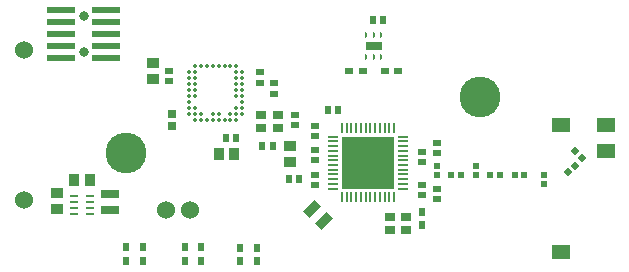
<source format=gbr>
%TF.GenerationSoftware,Altium Limited,Altium Designer,22.8.2 (66)*%
G04 Layer_Color=255*
%FSLAX45Y45*%
%MOMM*%
%TF.SameCoordinates,DE4C73A7-34E9-4613-BA68-141157798951*%
%TF.FilePolarity,Positive*%
%TF.FileFunction,Pads,Top*%
%TF.Part,Single*%
G01*
G75*
%TA.AperFunction,ConnectorPad*%
%ADD10R,1.50000X1.20000*%
%TA.AperFunction,SMDPad,CuDef*%
%ADD11R,4.45000X4.45000*%
%ADD12R,0.86000X0.22000*%
%ADD13R,0.22000X0.86000*%
%ADD14R,0.60000X0.64000*%
%ADD15R,0.90000X1.00000*%
%ADD16R,0.64000X0.60000*%
%ADD17R,0.90000X0.80000*%
%ADD18R,0.75000X0.60000*%
%ADD19R,1.35000X0.65000*%
G04:AMPARAMS|DCode=20|XSize=0.5mm|YSize=0.25mm|CornerRadius=0.125mm|HoleSize=0mm|Usage=FLASHONLY|Rotation=270.000|XOffset=0mm|YOffset=0mm|HoleType=Round|Shape=RoundedRectangle|*
%AMROUNDEDRECTD20*
21,1,0.50000,0.00000,0,0,270.0*
21,1,0.25000,0.25000,0,0,270.0*
1,1,0.25000,0.00000,-0.12500*
1,1,0.25000,0.00000,0.12500*
1,1,0.25000,0.00000,0.12500*
1,1,0.25000,0.00000,-0.12500*
%
%ADD20ROUNDEDRECTD20*%
%TA.AperFunction,BGAPad,CuDef*%
%ADD21C,0.35000*%
%TA.AperFunction,SMDPad,CuDef*%
%ADD22R,0.60000X0.75000*%
%ADD23R,0.48000X0.54000*%
%ADD24R,1.00000X0.90000*%
%ADD25R,0.55000X0.54000*%
%ADD26R,0.54000X0.55000*%
G04:AMPARAMS|DCode=27|XSize=0.54mm|YSize=0.48mm|CornerRadius=0mm|HoleSize=0mm|Usage=FLASHONLY|Rotation=225.000|XOffset=0mm|YOffset=0mm|HoleType=Round|Shape=Rectangle|*
%AMROTATEDRECTD27*
4,1,4,0.02121,0.36062,0.36062,0.02121,-0.02121,-0.36062,-0.36062,-0.02121,0.02121,0.36062,0.0*
%
%ADD27ROTATEDRECTD27*%

G04:AMPARAMS|DCode=28|XSize=0.54mm|YSize=0.55mm|CornerRadius=0mm|HoleSize=0mm|Usage=FLASHONLY|Rotation=315.000|XOffset=0mm|YOffset=0mm|HoleType=Round|Shape=Rectangle|*
%AMROTATEDRECTD28*
4,1,4,-0.38537,-0.00354,0.00354,0.38537,0.38537,0.00354,-0.00354,-0.38537,-0.38537,-0.00354,0.0*
%
%ADD28ROTATEDRECTD28*%

G04:AMPARAMS|DCode=29|XSize=0.75mm|YSize=1.4mm|CornerRadius=0mm|HoleSize=0mm|Usage=FLASHONLY|Rotation=315.000|XOffset=0mm|YOffset=0mm|HoleType=Round|Shape=Rectangle|*
%AMROTATEDRECTD29*
4,1,4,-0.76014,-0.22981,0.22981,0.76014,0.76014,0.22981,-0.22981,-0.76014,-0.76014,-0.22981,0.0*
%
%ADD29ROTATEDRECTD29*%

%ADD30R,0.72000X0.76000*%
G04:AMPARAMS|DCode=31|XSize=0.6mm|YSize=0.25mm|CornerRadius=0.05mm|HoleSize=0mm|Usage=FLASHONLY|Rotation=0.000|XOffset=0mm|YOffset=0mm|HoleType=Round|Shape=RoundedRectangle|*
%AMROUNDEDRECTD31*
21,1,0.60000,0.15000,0,0,0.0*
21,1,0.50000,0.25000,0,0,0.0*
1,1,0.10000,0.25000,-0.07500*
1,1,0.10000,-0.25000,-0.07500*
1,1,0.10000,-0.25000,0.07500*
1,1,0.10000,0.25000,0.07500*
%
%ADD31ROUNDEDRECTD31*%
%ADD32R,1.60000X0.65000*%
%ADD33R,2.40000X0.56000*%
%TA.AperFunction,ViaPad*%
%ADD41C,1.52400*%
%TA.AperFunction,ComponentPad*%
%ADD42C,0.81280*%
%ADD43C,1.52400*%
%ADD44C,3.45440*%
D10*
X7753160Y3775300D02*
D03*
Y3555300D02*
D03*
X7380160Y3775300D02*
D03*
Y2705300D02*
D03*
D11*
X5742000Y3458340D02*
D03*
D12*
X5448500Y3238340D02*
D03*
Y3278340D02*
D03*
Y3318340D02*
D03*
Y3358340D02*
D03*
Y3398340D02*
D03*
Y3438340D02*
D03*
Y3478340D02*
D03*
Y3518340D02*
D03*
Y3558340D02*
D03*
Y3598340D02*
D03*
Y3638340D02*
D03*
Y3678340D02*
D03*
X6035500D02*
D03*
Y3638340D02*
D03*
Y3598340D02*
D03*
Y3558340D02*
D03*
Y3518340D02*
D03*
Y3478340D02*
D03*
Y3438340D02*
D03*
Y3398340D02*
D03*
Y3358340D02*
D03*
Y3318340D02*
D03*
Y3278340D02*
D03*
Y3238340D02*
D03*
D13*
X5522000Y3751840D02*
D03*
X5562000D02*
D03*
X5602000D02*
D03*
X5642000D02*
D03*
X5682000D02*
D03*
X5722000D02*
D03*
X5762000D02*
D03*
X5802000D02*
D03*
X5842000D02*
D03*
X5882000D02*
D03*
X5922000D02*
D03*
X5962000D02*
D03*
Y3164840D02*
D03*
X5922000D02*
D03*
X5882000D02*
D03*
X5842000D02*
D03*
X5802000D02*
D03*
X5762000D02*
D03*
X5722000D02*
D03*
X5682000D02*
D03*
X5642000D02*
D03*
X5602000D02*
D03*
X5562000D02*
D03*
X5522000D02*
D03*
D14*
X5871023Y4662880D02*
D03*
X5783023D02*
D03*
X4847220Y3599180D02*
D03*
X4935220D02*
D03*
X4628700Y3670300D02*
D03*
X4540700D02*
D03*
X5492300Y3901440D02*
D03*
X5404300D02*
D03*
X5162100Y3317240D02*
D03*
X5074100D02*
D03*
D15*
X4611560Y3530600D02*
D03*
X4476560D02*
D03*
X3252280Y3312160D02*
D03*
X3387280D02*
D03*
D16*
X5125720Y3861620D02*
D03*
Y3773620D02*
D03*
X4947920Y4130860D02*
D03*
Y4042860D02*
D03*
X4826000Y4134300D02*
D03*
Y4222300D02*
D03*
X6324600Y3627940D02*
D03*
Y3539940D02*
D03*
Y3146240D02*
D03*
Y3234240D02*
D03*
X6197600Y3551740D02*
D03*
Y3463740D02*
D03*
Y3184340D02*
D03*
Y3272340D02*
D03*
X5295900Y3267340D02*
D03*
Y3355340D02*
D03*
Y3679640D02*
D03*
Y3767640D02*
D03*
Y3476440D02*
D03*
Y3564440D02*
D03*
X4061460Y4147000D02*
D03*
Y4235000D02*
D03*
D17*
X4838700Y3860800D02*
D03*
X4978700D02*
D03*
Y3750800D02*
D03*
X4838700D02*
D03*
X5924400Y2888860D02*
D03*
X6064400D02*
D03*
Y2998860D02*
D03*
X5924400D02*
D03*
D18*
X5696300Y4234180D02*
D03*
X5581300D02*
D03*
X5883560D02*
D03*
X5998560D02*
D03*
D19*
X5791200Y4447540D02*
D03*
D20*
X5856200Y4352540D02*
D03*
X5791200D02*
D03*
X5726200D02*
D03*
Y4542540D02*
D03*
X5791200D02*
D03*
X5856200D02*
D03*
D21*
X4677725Y3872660D02*
D03*
Y3922660D02*
D03*
Y3972660D02*
D03*
Y4022660D02*
D03*
Y4072660D02*
D03*
Y4122660D02*
D03*
Y4172660D02*
D03*
Y4222660D02*
D03*
X4627725Y3822660D02*
D03*
Y3872660D02*
D03*
Y3922660D02*
D03*
Y4022660D02*
D03*
Y4072660D02*
D03*
Y4122660D02*
D03*
Y4172660D02*
D03*
Y4222660D02*
D03*
Y4272660D02*
D03*
X4577725Y3822660D02*
D03*
Y3872660D02*
D03*
Y4272660D02*
D03*
X4527725Y3822660D02*
D03*
Y4272660D02*
D03*
X4477725Y3822660D02*
D03*
Y3872660D02*
D03*
Y4272660D02*
D03*
X4427725Y3822660D02*
D03*
Y3872660D02*
D03*
Y4272660D02*
D03*
X4377725Y3822660D02*
D03*
Y4272660D02*
D03*
X4327725Y3822660D02*
D03*
Y3872660D02*
D03*
Y4272660D02*
D03*
X4277725Y3822660D02*
D03*
Y3872660D02*
D03*
Y3922660D02*
D03*
Y4022660D02*
D03*
Y4072660D02*
D03*
Y4122660D02*
D03*
Y4172660D02*
D03*
Y4222660D02*
D03*
Y4272660D02*
D03*
X4227725Y3872660D02*
D03*
Y3922660D02*
D03*
Y3972660D02*
D03*
Y4022660D02*
D03*
Y4072660D02*
D03*
Y4122660D02*
D03*
Y4172660D02*
D03*
Y4222660D02*
D03*
D22*
X4800600Y2739740D02*
D03*
Y2624740D02*
D03*
X6197600Y2929540D02*
D03*
Y3044540D02*
D03*
X4660900Y2624740D02*
D03*
Y2739740D02*
D03*
X4330700Y2627280D02*
D03*
Y2742280D02*
D03*
X3835400Y2627280D02*
D03*
Y2742280D02*
D03*
X4191000Y2627280D02*
D03*
Y2742280D02*
D03*
X3695700Y2627280D02*
D03*
Y2742280D02*
D03*
D23*
X6863900Y3355340D02*
D03*
X6775900D02*
D03*
X6533700D02*
D03*
X6445700D02*
D03*
D24*
X5085080Y3597020D02*
D03*
Y3462020D02*
D03*
X3921760Y4164140D02*
D03*
Y4299140D02*
D03*
X3106420Y3204400D02*
D03*
Y3069400D02*
D03*
D25*
X6983200Y3355340D02*
D03*
X7061200D02*
D03*
D26*
X6654800Y3432440D02*
D03*
Y3354440D02*
D03*
X6324600Y3433340D02*
D03*
Y3355340D02*
D03*
X7233920Y3278240D02*
D03*
Y3356240D02*
D03*
D27*
X7492367Y3556633D02*
D03*
X7554593Y3494407D02*
D03*
D28*
X7492637Y3433717D02*
D03*
X7437483Y3378563D02*
D03*
D29*
X5367485Y2961175D02*
D03*
X5264955Y3063705D02*
D03*
D30*
X4079240Y3771160D02*
D03*
Y3869160D02*
D03*
D31*
X3384780Y3173800D02*
D03*
Y3123800D02*
D03*
Y3073800D02*
D03*
Y3023800D02*
D03*
X3254780D02*
D03*
Y3073800D02*
D03*
Y3123800D02*
D03*
Y3173800D02*
D03*
D32*
X3561080Y3056700D02*
D03*
Y3191700D02*
D03*
D33*
X3525520Y4752340D02*
D03*
Y4650740D02*
D03*
Y4549140D02*
D03*
Y4447540D02*
D03*
Y4345940D02*
D03*
X3144520Y4752340D02*
D03*
Y4650740D02*
D03*
Y4549140D02*
D03*
Y4447540D02*
D03*
Y4345940D02*
D03*
D41*
X4033520Y3053080D02*
D03*
X4239260D02*
D03*
D42*
X3335020Y4699140D02*
D03*
Y4399140D02*
D03*
D43*
X2829560Y3143250D02*
D03*
Y4413250D02*
D03*
D44*
X3693160Y3543300D02*
D03*
X6690360Y4013200D02*
D03*
%TF.MD5,a90b457ddd54486b1c666ddf564310a0*%
M02*

</source>
